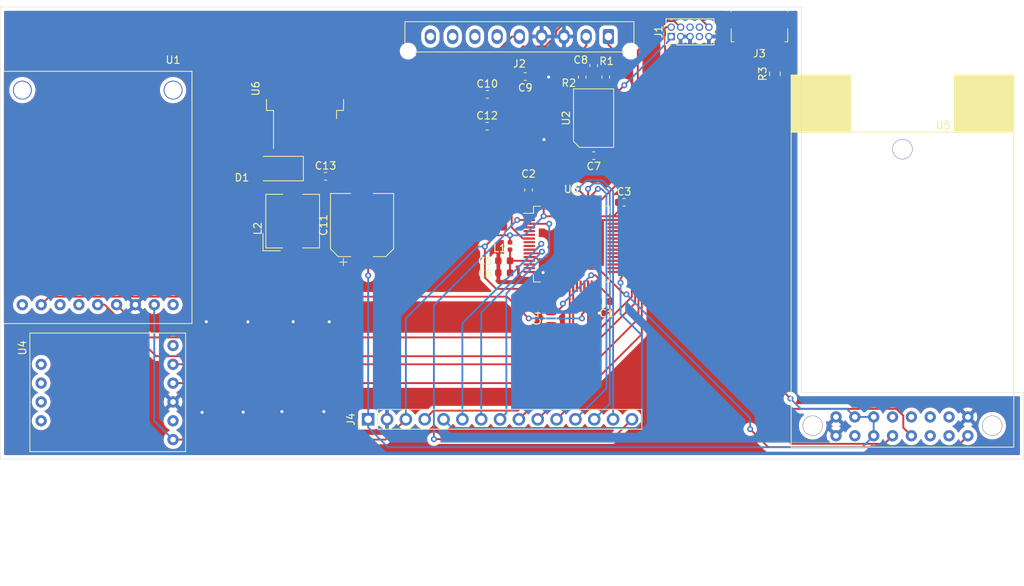
<source format=kicad_pcb>
(kicad_pcb (version 20171130) (host pcbnew "(5.1.4)-1")
  (layers (0 F.Cu signal) (31 B.Cu signal) (34 B.Paste user) (35 F.Paste user) (36 B.SilkS user) (37 F.SilkS user) (38 B.Mask user) (39 F.Mask user) (44 Edge.Cuts user))
  (net 0 "")
  (net 1 GND)
  (net 2 +3V3)
  (net 3 +3.3VA)
  (net 4 "Net-(C8-Pad1)")
  (net 5 +5V)
  (net 6 /NRST)
  (net 7 "Net-(J1-Pad8)")
  (net 8 "Net-(J1-Pad7)")
  (net 9 "Net-(J1-Pad6)")
  (net 10 /TCK)
  (net 11 /TMS)
  (net 12 "Net-(J2-Pad9)")
  (net 13 "Net-(J2-Pad8)")
  (net 14 "Net-(J2-Pad7)")
  (net 15 /CAN+)
  (net 16 /CAN-)
  (net 17 /USB+)
  (net 18 /USB-)
  (net 19 "Net-(J3-Pad1)")
  (net 20 "Net-(U1-Pad9)")
  (net 21 /GPS_Rx)
  (net 22 /GPS_Tx)
  (net 23 "Net-(U1-Pad4)")
  (net 24 "Net-(U1-Pad3)")
  (net 25 /GPS_EN)
  (net 26 "Net-(U1-Pad1)")
  (net 27 /RXD)
  (net 28 /TXD)
  (net 29 "Net-(U3-Pad60)")
  (net 30 "Net-(U3-Pad59)")
  (net 31 "Net-(U3-Pad58)")
  (net 32 "Net-(U3-Pad54)")
  (net 33 "Net-(U3-Pad50)")
  (net 34 /Tx)
  (net 35 /Rx)
  (net 36 "Net-(U3-Pad41)")
  (net 37 "Net-(U3-Pad36)")
  (net 38 "Net-(U3-Pad35)")
  (net 39 /LCD_SCK)
  (net 40 "Net-(U3-Pad33)")
  (net 41 /SDA)
  (net 42 /SCL)
  (net 43 "Net-(U3-Pad27)")
  (net 44 "Net-(U3-Pad26)")
  (net 45 "Net-(U3-Pad23)")
  (net 46 "Net-(U3-Pad22)")
  (net 47 "Net-(U3-Pad21)")
  (net 48 /GPIO_1)
  (net 49 "Net-(U3-Pad17)")
  (net 50 "Net-(U3-Pad16)")
  (net 51 "Net-(U3-Pad15)")
  (net 52 "Net-(U3-Pad14)")
  (net 53 /LCD_SDI)
  (net 54 /LCD_SDO)
  (net 55 "Net-(U3-Pad9)")
  (net 56 "Net-(U3-Pad8)")
  (net 57 "Net-(U3-Pad6)")
  (net 58 "Net-(U3-Pad5)")
  (net 59 "Net-(U3-Pad4)")
  (net 60 "Net-(U3-Pad1)")
  (net 61 "Net-(U4-Pad10)")
  (net 62 "Net-(U4-Pad9)")
  (net 63 /IMU_INT)
  (net 64 "Net-(U4-Pad7)")
  (net 65 /IMU_RST)
  (net 66 "Net-(U4-Pad2)")
  (net 67 "Net-(U5-Pad14)")
  (net 68 "Net-(U5-Pad13)")
  (net 69 "Net-(U5-Pad11)")
  (net 70 "Net-(U5-Pad10)")
  (net 71 "Net-(U5-Pad8)")
  (net 72 "Net-(U5-Pad3)")
  (net 73 /LCD_RST)
  (net 74 /LCD_CS)
  (net 75 "Net-(U3-Pad57)")
  (net 76 "Net-(U3-Pad56)")
  (net 77 "Net-(U3-Pad55)")
  (net 78 /TP_X-)
  (net 79 /TP_Y-)
  (net 80 /TP_Y+)
  (net 81 /LCD_INT)
  (net 82 /LCD_WAIT)
  (net 83 /LITE)
  (net 84 /TP_X+)
  (net 85 /Reg_Out)
  (net 86 "Net-(J2-Pad6)")
  (net 87 /Batt+)
  (module Connector_PinHeader_2.54mm:PinHeader_1x15_P2.54mm_Vertical (layer F.Cu) (at 128.61 104.64 90)
    (fp_text reference J4 (at 0 -2.33 90) (layer F.SilkS))
    (fp_text value Conn_01x15_Female)
    (pad 15 thru_hole oval (at 0 35.56 90) (size 1.7 1.7) (drill 1) (layers *.Cu *.Mask) (net 84 /TP_X+))
    (pad 14 thru_hole oval (at 0 33.02 90) (size 1.7 1.7) (drill 1) (layers *.Cu *.Mask) (net 78 /TP_X-))
    (pad 13 thru_hole oval (at 0 30.48 90) (size 1.7 1.7) (drill 1) (layers *.Cu *.Mask) (net 79 /TP_Y-))
    (pad 12 thru_hole oval (at 0 27.94 90) (size 1.7 1.7) (drill 1) (layers *.Cu *.Mask) (net 80 /TP_Y+))
    (pad 11 thru_hole oval (at 0 25.4 90) (size 1.7 1.7) (drill 1) (layers *.Cu *.Mask) (net 81 /LCD_INT))
    (pad 10 thru_hole oval (at 0 22.86 90) (size 1.7 1.7) (drill 1) (layers *.Cu *.Mask) (net 82 /LCD_WAIT))
    (pad 9 thru_hole oval (at 0 20.32 90) (size 1.7 1.7) (drill 1) (layers *.Cu *.Mask) (net 73 /LCD_RST))
    (pad 8 thru_hole oval (at 0 17.78 90) (size 1.7 1.7) (drill 1) (layers *.Cu *.Mask) (net 74 /LCD_CS))
    (pad 7 thru_hole oval (at 0 15.24 90) (size 1.7 1.7) (drill 1) (layers *.Cu *.Mask) (net 53 /LCD_SDI))
    (pad 6 thru_hole oval (at 0 12.7 90) (size 1.7 1.7) (drill 1) (layers *.Cu *.Mask) (net 54 /LCD_SDO))
    (pad 5 thru_hole oval (at 0 10.16 90) (size 1.7 1.7) (drill 1) (layers *.Cu *.Mask) (net 39 /LCD_SCK))
    (pad 4 thru_hole oval (at 0 7.62 90) (size 1.7 1.7) (drill 1) (layers *.Cu *.Mask) (net 83 /LITE))
    (pad 3 thru_hole oval (at 0 5.08 90) (size 1.7 1.7) (drill 1) (layers *.Cu *.Mask) (net 2 +3V3))
    (pad 2 thru_hole oval (at 0 2.54 90) (size 1.7 1.7) (drill 1) (layers *.Cu *.Mask) (net 1 GND))
    (pad 1 thru_hole rect (at 0 0 90) (size 1.7 1.7) (drill 1) (layers *.Cu *.Mask) (net 5 +5V))
  )
  (module Package_TO_SOT_SMD:TO-263-5_TabPin3 (layer F.Cu) (at 120.095 60.02 90)
    (fp_text reference U6 (at 0 -6.65 90) (layer F.SilkS))
    (fp_text value LM2596S-5)
    (pad 3 smd rect (at 3.375 0 90) (size 9.4 10.8) (layers F.Cu F.Mask) (net 1 GND))
    (pad 5 smd rect (at -5.775 3.4 90) (size 4.6 1.1) (layers F.Cu F.Paste F.Mask) (net 1 GND))
    (pad 4 smd rect (at -5.775 1.7 90) (size 4.6 1.1) (layers F.Cu F.Paste F.Mask) (net 5 +5V))
    (pad 3 smd rect (at -5.775 0 90) (size 4.6 1.1) (layers F.Cu F.Paste F.Mask) (net 1 GND))
    (pad 2 smd rect (at -5.775 -1.7 90) (size 4.6 1.1) (layers F.Cu F.Paste F.Mask) (net 85 /Reg_Out))
    (pad 1 smd rect (at -5.775 -3.4 90) (size 4.6 1.1) (layers F.Cu F.Paste F.Mask) (net 87 /Batt+))
  )
  (module Inductor_SMD:L_TDK_SLF7045 (layer F.Cu) (at 118.43 77.9 90)
    (fp_text reference L2 (at -1 -4.7 90) (layer F.SilkS))
    (fp_text value 33uH)
    (fp_text user "" (at -49 0.05 90) (layer F.SilkS) (effects (font (size 3 3))))
    (pad 2 smd roundrect (at 3.15 0 90) (size 1.5 2.2) (layers F.Cu F.Paste F.Mask) (net 85 /Reg_Out))
    (pad 1 smd roundrect (at -3.15 0 90) (size 1.5 2.2) (layers F.Cu F.Paste F.Mask) (net 5 +5V))
  )
  (module Diode_SMD:D_SMA (layer F.Cu) (at 116.47 70.81 180)
    (fp_text reference D1 (at 4.88 -1.22) (layer F.SilkS))
    (fp_text value D_Schottky)
    (pad 2 smd rect (at 2 0 180) (size 2.5 1.8) (layers F.Cu F.Paste F.Mask) (net 1 GND))
    (pad 1 smd rect (at -2 0 180) (size 2.5 1.8) (layers F.Cu F.Paste F.Mask) (net 85 /Reg_Out))
  )
  (module Capacitor_SMD:C_0603_1608Metric (layer F.Cu) (at 122.87 71.86)
    (fp_text reference C13 (at 0 -1.43) (layer F.SilkS))
    (fp_text value 100nF)
    (pad 2 smd roundrect (at 0.7875 0) (size 0.875 0.95) (layers F.Cu F.Paste F.Mask) (net 1 GND))
    (pad 1 smd roundrect (at -0.7875 0) (size 0.875 0.95) (layers F.Cu F.Paste F.Mask) (net 5 +5V))
  )
  (module Capacitor_SMD:C_0603_1608Metric (layer F.Cu) (at 144.645 65.1)
    (fp_text reference C12 (at 0 -1.43) (layer F.SilkS))
    (fp_text value 100nF)
    (pad 2 smd roundrect (at 0.7875 0) (size 0.875 0.95) (layers F.Cu F.Paste F.Mask) (net 1 GND))
    (pad 1 smd roundrect (at -0.7875 0) (size 0.875 0.95) (layers F.Cu F.Paste F.Mask) (net 5 +5V))
  )
  (module Capacitor_SMD:CP_Elec_8x10 (layer F.Cu) (at 127.78 78.43 90)
    (fp_text reference C11 (at 0 -5.2 90) (layer F.SilkS))
    (fp_text value 220uF)
    (pad 2 smd roundrect (at 3.25 0 90) (size 3.5 2.5) (layers F.Cu F.Paste F.Mask) (roundrect_rratio 0.1) (net 1 GND))
    (pad 1 smd roundrect (at -3.25 0 90) (size 3.5 2.5) (layers F.Cu F.Paste F.Mask) (roundrect_rratio 0.1) (net 5 +5V))
  )
  (module JohnLib:RFD900x (layer F.Cu) (at 185.64 108.4)
    (fp_text reference U5 (at 20.5 -43.43) (layer F.SilkS))
    (fp_text value RFD900x)
    (pad "" np_thru_hole circle (at 15 -40.2) (size 2.7 2.7) (drill 2.6) (layers *.Cu *.Mask))
    (pad "" np_thru_hole circle (at 27.1 -2.9) (size 2.7 2.7) (drill 2.6) (layers *.Cu *.Mask))
    (pad "" np_thru_hole circle (at 2.9 -2.9) (size 2.7 2.7) (drill 2.6) (layers *.Cu *.Mask))
    (pad 16 thru_hole circle (at 23.82 -4.08) (size 1.524 1.524) (drill 0.762) (layers *.Cu *.Mask) (net 1 GND))
    (pad 15 thru_hole circle (at 23.82 -1.54) (size 1.524 1.524) (drill 0.762) (layers *.Cu *.Mask) (net 48 /GPIO_1))
    (pad 14 thru_hole circle (at 21.28 -4.08) (size 1.524 1.524) (drill 0.762) (layers *.Cu *.Mask) (net 67 "Net-(U5-Pad14)"))
    (pad 13 thru_hole circle (at 21.28 -1.54) (size 1.524 1.524) (drill 0.762) (layers *.Cu *.Mask) (net 68 "Net-(U5-Pad13)"))
    (pad 12 thru_hole circle (at 18.74 -4.08) (size 1.524 1.524) (drill 0.762) (layers *.Cu *.Mask))
    (pad 11 thru_hole circle (at 18.74 -1.54) (size 1.524 1.524) (drill 0.762) (layers *.Cu *.Mask) (net 69 "Net-(U5-Pad11)"))
    (pad 10 thru_hole circle (at 16.2 -4.08) (size 1.524 1.524) (drill 0.762) (layers *.Cu *.Mask) (net 70 "Net-(U5-Pad10)"))
    (pad 9 thru_hole circle (at 16.2 -1.54) (size 1.524 1.524) (drill 0.762) (layers *.Cu *.Mask) (net 34 /Tx))
    (pad 8 thru_hole circle (at 13.66 -4.08) (size 1.524 1.524) (drill 0.762) (layers *.Cu *.Mask) (net 71 "Net-(U5-Pad8)"))
    (pad 7 thru_hole circle (at 13.66 -1.54) (size 1.524 1.524) (drill 0.762) (layers *.Cu *.Mask) (net 35 /Rx))
    (pad 6 thru_hole circle (at 11.12 -4.08) (size 1.524 1.524) (drill 0.762) (layers *.Cu *.Mask) (net 5 +5V))
    (pad 5 thru_hole circle (at 11.12 -1.54) (size 1.524 1.524) (drill 0.762) (layers *.Cu *.Mask) (net 5 +5V))
    (pad 4 thru_hole circle (at 8.58 -4.08) (size 1.524 1.524) (drill 0.762) (layers *.Cu *.Mask) (net 5 +5V))
    (pad 3 thru_hole circle (at 8.58 -1.54) (size 1.524 1.524) (drill 0.762) (layers *.Cu *.Mask) (net 72 "Net-(U5-Pad3)"))
    (pad 2 thru_hole circle (at 6.04 -4.08) (size 1.524 1.524) (drill 0.762) (layers *.Cu *.Mask) (net 1 GND))
    (pad 1 thru_hole circle (at 6.04 -1.54) (size 1.524 1.524) (drill 0.762) (layers *.Cu *.Mask) (net 1 GND))
  )
  (module JohnLib:Adafruit-BNO055 (layer F.Cu) (at 104 109 90)
    (fp_text reference U4 (at 14 -22 90) (layer F.SilkS))
    (fp_text value Adafruit-BNO055)
    (pad 10 thru_hole circle (at 4.16 -19.48 90) (size 1.524 1.524) (drill 0.762) (layers *.Cu *.Mask) (net 61 "Net-(U4-Pad10)"))
    (pad 9 thru_hole circle (at 6.7 -19.48 90) (size 1.524 1.524) (drill 0.762) (layers *.Cu *.Mask) (net 62 "Net-(U4-Pad9)"))
    (pad 8 thru_hole circle (at 9.24 -19.48 90) (size 1.524 1.524) (drill 0.762) (layers *.Cu *.Mask) (net 63 /IMU_INT))
    (pad 7 thru_hole circle (at 11.78 -19.48 90) (size 1.524 1.524) (drill 0.762) (layers *.Cu *.Mask) (net 64 "Net-(U4-Pad7)"))
    (pad 6 thru_hole circle (at 14.32 -1.7 90) (size 1.524 1.524) (drill 0.762) (layers *.Cu *.Mask) (net 65 /IMU_RST))
    (pad 5 thru_hole circle (at 11.78 -1.7 90) (size 1.524 1.524) (drill 0.762) (layers *.Cu *.Mask) (net 42 /SCL))
    (pad 4 thru_hole circle (at 9.24 -1.7 90) (size 1.524 1.524) (drill 0.762) (layers *.Cu *.Mask) (net 41 /SDA))
    (pad 3 thru_hole circle (at 6.7 -1.7 90) (size 1.524 1.524) (drill 0.762) (layers *.Cu *.Mask) (net 1 GND))
    (pad 2 thru_hole circle (at 4.16 -1.7 90) (size 1.524 1.524) (drill 0.762) (layers *.Cu *.Mask) (net 66 "Net-(U4-Pad2)"))
    (pad 1 thru_hole circle (at 1.62 -1.7 90) (size 1.524 1.524) (drill 0.762) (layers *.Cu *.Mask) (net 2 +3V3))
  )
  (module Package_QFP:LQFP-64_10x10mm_P0.5mm (layer F.Cu) (at 156 81)
    (fp_text reference U3 (at 0 -7.4) (layer F.SilkS))
    (fp_text value STM32F072RBTx)
    (pad 64 smd roundrect (at -3.75 -5.675) (size 0.3 1.55) (layers F.Cu F.Paste F.Mask) (net 2 +3V3))
    (pad 63 smd roundrect (at -3.25 -5.675) (size 0.3 1.55) (layers F.Cu F.Paste F.Mask) (net 1 GND))
    (pad 62 smd roundrect (at -2.75 -5.675) (size 0.3 1.55) (layers F.Cu F.Paste F.Mask) (net 28 /TXD))
    (pad 61 smd roundrect (at -2.25 -5.675) (size 0.3 1.55) (layers F.Cu F.Paste F.Mask) (net 27 /RXD))
    (pad 60 smd roundrect (at -1.75 -5.675) (size 0.3 1.55) (layers F.Cu F.Paste F.Mask) (net 29 "Net-(U3-Pad60)"))
    (pad 59 smd roundrect (at -1.25 -5.675) (size 0.3 1.55) (layers F.Cu F.Paste F.Mask) (net 30 "Net-(U3-Pad59)"))
    (pad 58 smd roundrect (at -0.75 -5.675) (size 0.3 1.55) (layers F.Cu F.Paste F.Mask) (net 31 "Net-(U3-Pad58)"))
    (pad 57 smd roundrect (at -0.25 -5.675) (size 0.3 1.55) (layers F.Cu F.Paste F.Mask) (net 75 "Net-(U3-Pad57)"))
    (pad 56 smd roundrect (at 0.25 -5.675) (size 0.3 1.55) (layers F.Cu F.Paste F.Mask) (net 76 "Net-(U3-Pad56)"))
    (pad 55 smd roundrect (at 0.75 -5.675) (size 0.3 1.55) (layers F.Cu F.Paste F.Mask) (net 77 "Net-(U3-Pad55)"))
    (pad 54 smd roundrect (at 1.25 -5.675) (size 0.3 1.55) (layers F.Cu F.Paste F.Mask) (net 32 "Net-(U3-Pad54)"))
    (pad 53 smd roundrect (at 1.75 -5.675) (size 0.3 1.55) (layers F.Cu F.Paste F.Mask) (net 78 /TP_X-))
    (pad 52 smd roundrect (at 2.25 -5.675) (size 0.3 1.55) (layers F.Cu F.Paste F.Mask) (net 79 /TP_Y-))
    (pad 51 smd roundrect (at 2.75 -5.675) (size 0.3 1.55) (layers F.Cu F.Paste F.Mask) (net 80 /TP_Y+))
    (pad 50 smd roundrect (at 3.25 -5.675) (size 0.3 1.55) (layers F.Cu F.Paste F.Mask) (net 33 "Net-(U3-Pad50)"))
    (pad 49 smd roundrect (at 3.75 -5.675) (size 0.3 1.55) (layers F.Cu F.Paste F.Mask) (net 10 /TCK))
    (pad 48 smd roundrect (at 5.675 -3.75) (size 1.55 0.3) (layers F.Cu F.Paste F.Mask) (net 2 +3V3))
    (pad 47 smd roundrect (at 5.675 -3.25) (size 1.55 0.3) (layers F.Cu F.Paste F.Mask) (net 1 GND))
    (pad 46 smd roundrect (at 5.675 -2.75) (size 1.55 0.3) (layers F.Cu F.Paste F.Mask) (net 11 /TMS))
    (pad 45 smd roundrect (at 5.675 -2.25) (size 1.55 0.3) (layers F.Cu F.Paste F.Mask) (net 17 /USB+))
    (pad 44 smd roundrect (at 5.675 -1.75) (size 1.55 0.3) (layers F.Cu F.Paste F.Mask) (net 18 /USB-))
    (pad 43 smd roundrect (at 5.675 -1.25) (size 1.55 0.3) (layers F.Cu F.Paste F.Mask) (net 34 /Tx))
    (pad 42 smd roundrect (at 5.675 -0.75) (size 1.55 0.3) (layers F.Cu F.Paste F.Mask) (net 35 /Rx))
    (pad 41 smd roundrect (at 5.675 -0.25) (size 1.55 0.3) (layers F.Cu F.Paste F.Mask) (net 36 "Net-(U3-Pad41)"))
    (pad 40 smd roundrect (at 5.675 0.25) (size 1.55 0.3) (layers F.Cu F.Paste F.Mask) (net 81 /LCD_INT))
    (pad 39 smd roundrect (at 5.675 0.75) (size 1.55 0.3) (layers F.Cu F.Paste F.Mask) (net 82 /LCD_WAIT))
    (pad 38 smd roundrect (at 5.675 1.25) (size 1.55 0.3) (layers F.Cu F.Paste F.Mask) (net 73 /LCD_RST))
    (pad 37 smd roundrect (at 5.675 1.75) (size 1.55 0.3) (layers F.Cu F.Paste F.Mask) (net 83 /LITE))
    (pad 36 smd roundrect (at 5.675 2.25) (size 1.55 0.3) (layers F.Cu F.Paste F.Mask) (net 37 "Net-(U3-Pad36)"))
    (pad 35 smd roundrect (at 5.675 2.75) (size 1.55 0.3) (layers F.Cu F.Paste F.Mask) (net 38 "Net-(U3-Pad35)"))
    (pad 34 smd roundrect (at 5.675 3.25) (size 1.55 0.3) (layers F.Cu F.Paste F.Mask) (net 39 /LCD_SCK))
    (pad 33 smd roundrect (at 5.675 3.75) (size 1.55 0.3) (layers F.Cu F.Paste F.Mask) (net 40 "Net-(U3-Pad33)"))
    (pad 32 smd roundrect (at 3.75 5.675) (size 0.3 1.55) (layers F.Cu F.Paste F.Mask) (net 2 +3V3))
    (pad 31 smd roundrect (at 3.25 5.675) (size 0.3 1.55) (layers F.Cu F.Paste F.Mask) (net 1 GND))
    (pad 30 smd roundrect (at 2.75 5.675) (size 0.3 1.55) (layers F.Cu F.Paste F.Mask) (net 41 /SDA))
    (pad 29 smd roundrect (at 2.25 5.675) (size 0.3 1.55) (layers F.Cu F.Paste F.Mask) (net 42 /SCL))
    (pad 28 smd roundrect (at 1.75 5.675) (size 0.3 1.55) (layers F.Cu F.Paste F.Mask) (net 25 /GPS_EN))
    (pad 27 smd roundrect (at 1.25 5.675) (size 0.3 1.55) (layers F.Cu F.Paste F.Mask) (net 43 "Net-(U3-Pad27)"))
    (pad 26 smd roundrect (at 0.75 5.675) (size 0.3 1.55) (layers F.Cu F.Paste F.Mask) (net 44 "Net-(U3-Pad26)"))
    (pad 25 smd roundrect (at 0.25 5.675) (size 0.3 1.55) (layers F.Cu F.Paste F.Mask) (net 22 /GPS_Tx))
    (pad 24 smd roundrect (at -0.25 5.675) (size 0.3 1.55) (layers F.Cu F.Paste F.Mask) (net 21 /GPS_Rx))
    (pad 23 smd roundrect (at -0.75 5.675) (size 0.3 1.55) (layers F.Cu F.Paste F.Mask) (net 45 "Net-(U3-Pad23)"))
    (pad 22 smd roundrect (at -1.25 5.675) (size 0.3 1.55) (layers F.Cu F.Paste F.Mask) (net 46 "Net-(U3-Pad22)"))
    (pad 21 smd roundrect (at -1.75 5.675) (size 0.3 1.55) (layers F.Cu F.Paste F.Mask) (net 47 "Net-(U3-Pad21)"))
    (pad 20 smd roundrect (at -2.25 5.675) (size 0.3 1.55) (layers F.Cu F.Paste F.Mask) (net 48 /GPIO_1))
    (pad 19 smd roundrect (at -2.75 5.675) (size 0.3 1.55) (layers F.Cu F.Paste F.Mask) (net 2 +3V3))
    (pad 18 smd roundrect (at -3.25 5.675) (size 0.3 1.55) (layers F.Cu F.Paste F.Mask) (net 1 GND))
    (pad 17 smd roundrect (at -3.75 5.675) (size 0.3 1.55) (layers F.Cu F.Paste F.Mask) (net 49 "Net-(U3-Pad17)"))
    (pad 16 smd roundrect (at -5.675 3.75) (size 1.55 0.3) (layers F.Cu F.Paste F.Mask) (net 50 "Net-(U3-Pad16)"))
    (pad 15 smd roundrect (at -5.675 3.25) (size 1.55 0.3) (layers F.Cu F.Paste F.Mask) (net 51 "Net-(U3-Pad15)"))
    (pad 14 smd roundrect (at -5.675 2.75) (size 1.55 0.3) (layers F.Cu F.Paste F.Mask) (net 52 "Net-(U3-Pad14)"))
    (pad 13 smd roundrect (at -5.675 2.25) (size 1.55 0.3) (layers F.Cu F.Paste F.Mask) (net 3 +3.3VA))
    (pad 12 smd roundrect (at -5.675 1.75) (size 1.55 0.3) (layers F.Cu F.Paste F.Mask) (net 1 GND))
    (pad 11 smd roundrect (at -5.675 1.25) (size 1.55 0.3) (layers F.Cu F.Paste F.Mask) (net 53 /LCD_SDI))
    (pad 10 smd roundrect (at -5.675 0.75) (size 1.55 0.3) (layers F.Cu F.Paste F.Mask) (net 54 /LCD_SDO))
    (pad 9 smd roundrect (at -5.675 0.25) (size 1.55 0.3) (layers F.Cu F.Paste F.Mask) (net 55 "Net-(U3-Pad9)"))
    (pad 8 smd roundrect (at -5.675 -0.25) (size 1.55 0.3) (layers F.Cu F.Paste F.Mask) (net 56 "Net-(U3-Pad8)"))
    (pad 7 smd roundrect (at -5.675 -0.75) (size 1.55 0.3) (layers F.Cu F.Paste F.Mask) (net 6 /NRST))
    (pad 6 smd roundrect (at -5.675 -1.25) (size 1.55 0.3) (layers F.Cu F.Paste F.Mask) (net 57 "Net-(U3-Pad6)"))
    (pad 5 smd roundrect (at -5.675 -1.75) (size 1.55 0.3) (layers F.Cu F.Paste F.Mask) (net 58 "Net-(U3-Pad5)"))
    (pad 4 smd roundrect (at -5.675 -2.25) (size 1.55 0.3) (layers F.Cu F.Paste F.Mask) (net 59 "Net-(U3-Pad4)"))
    (pad 3 smd roundrect (at -5.675 -2.75) (size 1.55 0.3) (layers F.Cu F.Paste F.Mask) (net 74 /LCD_CS))
    (pad 2 smd roundrect (at -5.675 -3.25) (size 1.55 0.3) (layers F.Cu F.Paste F.Mask) (net 84 /TP_X+))
    (pad 1 smd roundrect (at -5.675 -3.75) (size 1.55 0.3) (layers F.Cu F.Paste F.Mask) (net 60 "Net-(U3-Pad1)"))
  )
  (module JohnLib:SOIC-8 (layer F.Cu) (at 159 64)
    (fp_text reference U2 (at -3.705 0 90) (layer F.SilkS))
    (fp_text value TCAN1042xV)
    (pad 4 smd rect (at 1.905 2.75) (size 0.6 1.4) (layers F.Cu F.Paste F.Mask) (net 27 /RXD))
    (pad 5 smd rect (at 1.905 -2.75) (size 0.6 1.4) (layers F.Cu F.Paste F.Mask) (net 2 +3V3))
    (pad 3 smd rect (at 0.635 2.75) (size 0.6 1.4) (layers F.Cu F.Paste F.Mask) (net 2 +3V3))
    (pad 6 smd rect (at 0.635 -2.75) (size 0.6 1.4) (layers F.Cu F.Paste F.Mask) (net 16 /CAN-))
    (pad 2 smd rect (at -0.635 2.75) (size 0.6 1.4) (layers F.Cu F.Paste F.Mask) (net 1 GND))
    (pad 7 smd rect (at -0.635 -2.75) (size 0.6 1.4) (layers F.Cu F.Paste F.Mask) (net 15 /CAN+))
    (pad 1 smd rect (at -1.905 2.75) (size 0.6 1.4) (layers F.Cu F.Paste F.Mask) (net 28 /TXD))
    (pad 8 smd rect (at -1.905 -2.75) (size 0.6 1.4) (layers F.Cu F.Paste F.Mask) (net 1 GND))
  )
  (module JohnLib:Adafruit-GPS (layer F.Cu) (at 79.45 91.72)
    (fp_text reference U1 (at 22.86 -35.56) (layer F.SilkS))
    (fp_text value Adafruit-GPS)
    (pad "" np_thru_hole circle (at 22.86 -31.496) (size 2.54 2.54) (drill 2.286) (layers *.Cu *.Mask))
    (pad "" np_thru_hole circle (at 2.54 -31.496) (size 2.54 2.54) (drill 2.286) (layers *.Cu *.Mask))
    (pad 9 thru_hole circle (at 22.86 -2.54) (size 1.524 1.524) (drill 0.762) (layers *.Cu *.Mask) (net 20 "Net-(U1-Pad9)"))
    (pad 8 thru_hole circle (at 20.32 -2.54) (size 1.524 1.524) (drill 0.762) (layers *.Cu *.Mask) (net 2 +3V3))
    (pad 7 thru_hole circle (at 17.78 -2.54) (size 1.524 1.524) (drill 0.762) (layers *.Cu *.Mask) (net 1 GND))
    (pad 6 thru_hole circle (at 15.24 -2.54) (size 1.524 1.524) (drill 0.762) (layers *.Cu *.Mask) (net 21 /GPS_Rx))
    (pad 5 thru_hole circle (at 12.7 -2.54) (size 1.524 1.524) (drill 0.762) (layers *.Cu *.Mask) (net 22 /GPS_Tx))
    (pad 4 thru_hole circle (at 10.16 -2.54) (size 1.524 1.524) (drill 0.762) (layers *.Cu *.Mask) (net 23 "Net-(U1-Pad4)"))
    (pad 3 thru_hole circle (at 7.62 -2.54) (size 1.524 1.524) (drill 0.762) (layers *.Cu *.Mask) (net 24 "Net-(U1-Pad3)"))
    (pad 2 thru_hole circle (at 5.08 -2.54) (size 1.524 1.524) (drill 0.762) (layers *.Cu *.Mask) (net 25 /GPS_EN))
    (pad 1 thru_hole circle (at 2.54 -2.54) (size 1.524 1.524) (drill 0.762) (layers *.Cu *.Mask) (net 26 "Net-(U1-Pad1)"))
  )
  (module Resistor_SMD:R_0805_2012Metric (layer F.Cu) (at 183.44 58.03 90)
    (fp_text reference R3 (at 0 -1.65 90) (layer F.SilkS))
    (fp_text value 1k)
    (pad 2 smd roundrect (at 0.9375 0 90) (size 0.975 1.4) (layers F.Cu F.Paste F.Mask) (net 19 "Net-(J3-Pad1)"))
    (pad 1 smd roundrect (at -0.9375 0 90) (size 0.975 1.4) (layers F.Cu F.Paste F.Mask) (net 5 +5V))
  )
  (module Resistor_SMD:R_0603_1608Metric (layer F.Cu) (at 157.47 58.4775 90)
    (fp_text reference R2 (at -0.7925 -1.81 180) (layer F.SilkS))
    (fp_text value 60)
    (pad 2 smd roundrect (at 0.7875 0 90) (size 0.875 0.95) (layers F.Cu F.Paste F.Mask) (net 4 "Net-(C8-Pad1)"))
    (pad 1 smd roundrect (at -0.7875 0 90) (size 0.875 0.95) (layers F.Cu F.Paste F.Mask) (net 15 /CAN+))
  )
  (module Resistor_SMD:R_0603_1608Metric (layer F.Cu) (at 160.63 58.4675 90)
    (fp_text reference R1 (at 2.1475 0.12 180) (layer F.SilkS))
    (fp_text value 60)
    (pad 2 smd roundrect (at 0.7875 0 90) (size 0.875 0.95) (layers F.Cu F.Paste F.Mask) (net 4 "Net-(C8-Pad1)"))
    (pad 1 smd roundrect (at -0.7875 0 90) (size 0.875 0.95) (layers F.Cu F.Paste F.Mask) (net 16 /CAN-))
  )
  (module Inductor_SMD:L_0402_1005Metric (layer F.Cu) (at 147.73 81.26 90)
    (fp_text reference L1 (at -0.31 -1.4 180) (layer F.SilkS))
    (fp_text value 39nH)
    (pad 2 smd roundrect (at 0.485 0 90) (size 0.59 0.64) (layers F.Cu F.Paste F.Mask) (net 2 +3V3))
    (pad 1 smd roundrect (at -0.485 0 90) (size 0.59 0.64) (layers F.Cu F.Paste F.Mask) (net 3 +3.3VA))
  )
  (module Connector_USB:USB_Micro-B_Molex_47346-0001 (layer F.Cu) (at 181.36 51.99 180)
    (fp_text reference J3 (at 0 -3.3 180) (layer F.SilkS))
    (fp_text value USB_B_Micro)
    (pad 6 smd rect (at 0.84 1.2 180) (size 1.175 1.9) (layers F.Cu F.Paste F.Mask) (net 1 GND))
    (pad 6 smd rect (at -0.84 1.2 180) (size 1.175 1.9) (layers F.Cu F.Paste F.Mask) (net 1 GND))
    (pad 6 smd rect (at 2.91 1.2 180) (size 2.375 1.9) (layers F.Cu F.Paste F.Mask) (net 1 GND))
    (pad 6 smd rect (at -2.91 1.2 180) (size 2.375 1.9) (layers F.Cu F.Paste F.Mask) (net 1 GND))
    (pad 6 smd rect (at 2.4625 -1.1 180) (size 1.475 2.1) (layers F.Cu F.Paste F.Mask) (net 1 GND))
    (pad 6 smd rect (at -2.4625 -1.1 180) (size 1.475 2.1) (layers F.Cu F.Paste F.Mask) (net 1 GND))
    (pad 5 smd rect (at 1.3 -1.46 180) (size 0.45 1.38) (layers F.Cu F.Paste F.Mask) (net 1 GND))
    (pad 4 smd rect (at 0.65 -1.46 180) (size 0.45 1.38) (layers F.Cu F.Paste F.Mask) (net 1 GND))
    (pad 3 smd rect (at 0 -1.46 180) (size 0.45 1.38) (layers F.Cu F.Paste F.Mask) (net 17 /USB+))
    (pad 2 smd rect (at -0.65 -1.46 180) (size 0.45 1.38) (layers F.Cu F.Paste F.Mask) (net 18 /USB-))
    (pad 1 smd rect (at -1.3 -1.46 180) (size 0.45 1.38) (layers F.Cu F.Paste F.Mask) (net 19 "Net-(J3-Pad1)"))
  )
  (module Connector_Molex:Molex_Micro-Fit_3.0_43650-0915_1x09_P3.00mm_Vertical (layer F.Cu) (at 161 53 180)
    (fp_text reference J2 (at 12 -3.67) (layer F.SilkS))
    (fp_text value Conn_01x09)
    (pad 9 thru_hole oval (at 24 0 180) (size 1.5 2.02) (drill 1.02) (layers *.Cu *.Mask) (net 12 "Net-(J2-Pad9)"))
    (pad 8 thru_hole oval (at 21 0 180) (size 1.5 2.02) (drill 1.02) (layers *.Cu *.Mask) (net 13 "Net-(J2-Pad8)"))
    (pad 7 thru_hole oval (at 18 0 180) (size 1.5 2.02) (drill 1.02) (layers *.Cu *.Mask) (net 14 "Net-(J2-Pad7)"))
    (pad 6 thru_hole oval (at 15 0 180) (size 1.5 2.02) (drill 1.02) (layers *.Cu *.Mask) (net 86 "Net-(J2-Pad6)"))
    (pad 5 thru_hole oval (at 12 0 180) (size 1.5 2.02) (drill 1.02) (layers *.Cu *.Mask) (net 87 /Batt+))
    (pad 4 thru_hole oval (at 9 0 180) (size 1.5 2.02) (drill 1.02) (layers *.Cu *.Mask) (net 1 GND))
    (pad 3 thru_hole oval (at 6 0 180) (size 1.5 2.02) (drill 1.02) (layers *.Cu *.Mask) (net 1 GND))
    (pad 2 thru_hole oval (at 3 0 180) (size 1.5 2.02) (drill 1.02) (layers *.Cu *.Mask) (net 15 /CAN+))
    (pad 1 thru_hole roundrect (at 0 0 180) (size 1.5 2.02) (drill 1.02) (layers *.Cu *.Mask) (roundrect_rratio 0.166667) (net 16 /CAN-))
    (pad "" np_thru_hole circle (at 27 -1.96 180) (size 1.27 1.27) (drill 1.27) (layers *.Cu *.Mask))
    (pad "" np_thru_hole circle (at -3 -1.96 180) (size 1.27 1.27) (drill 1.27) (layers *.Cu *.Mask))
  )
  (module Connector_PinHeader_1.27mm:PinHeader_2x05_P1.27mm_Vertical (layer F.Cu) (at 169.46 53 90)
    (fp_text reference J1 (at 0.635 -1.695 90) (layer F.SilkS))
    (fp_text value Conn_ARM_JTAG_SWD_10)
    (pad 10 thru_hole oval (at 1.27 5.08 90) (size 1 1) (drill 0.65) (layers *.Cu *.Mask) (net 6 /NRST))
    (pad 9 thru_hole oval (at 0 5.08 90) (size 1 1) (drill 0.65) (layers *.Cu *.Mask) (net 1 GND))
    (pad 8 thru_hole oval (at 1.27 3.81 90) (size 1 1) (drill 0.65) (layers *.Cu *.Mask) (net 7 "Net-(J1-Pad8)"))
    (pad 7 thru_hole oval (at 0 3.81 90) (size 1 1) (drill 0.65) (layers *.Cu *.Mask) (net 8 "Net-(J1-Pad7)"))
    (pad 6 thru_hole oval (at 1.27 2.54 90) (size 1 1) (drill 0.65) (layers *.Cu *.Mask) (net 9 "Net-(J1-Pad6)"))
    (pad 5 thru_hole oval (at 0 2.54 90) (size 1 1) (drill 0.65) (layers *.Cu *.Mask) (net 1 GND))
    (pad 4 thru_hole oval (at 1.27 1.27 90) (size 1 1) (drill 0.65) (layers *.Cu *.Mask) (net 10 /TCK))
    (pad 3 thru_hole oval (at 0 1.27 90) (size 1 1) (drill 0.65) (layers *.Cu *.Mask) (net 1 GND))
    (pad 2 thru_hole oval (at 1.27 0 90) (size 1 1) (drill 0.65) (layers *.Cu *.Mask) (net 11 /TMS))
    (pad 1 thru_hole rect (at 0 0 90) (size 1 1) (drill 0.65) (layers *.Cu *.Mask) (net 2 +3V3))
  )
  (module Capacitor_SMD:C_0603_1608Metric (layer F.Cu) (at 144.6675 60.8)
    (fp_text reference C10 (at 0 -1.43) (layer F.SilkS))
    (fp_text value 100nF)
    (pad 2 smd roundrect (at 0.7875 0) (size 0.875 0.95) (layers F.Cu F.Paste F.Mask) (net 1 GND))
    (pad 1 smd roundrect (at -0.7875 0) (size 0.875 0.95) (layers F.Cu F.Paste F.Mask) (net 5 +5V))
  )
  (module Capacitor_SMD:C_0603_1608Metric (layer F.Cu) (at 149.7825 58.39)
    (fp_text reference C9 (at 0.01 1.51) (layer F.SilkS))
    (fp_text value 100nF)
    (pad 2 smd roundrect (at 0.7875 0) (size 0.875 0.95) (layers F.Cu F.Paste F.Mask) (net 1 GND))
    (pad 1 smd roundrect (at -0.7875 0) (size 0.875 0.95) (layers F.Cu F.Paste F.Mask) (net 2 +3V3))
  )
  (module Capacitor_SMD:C_0603_1608Metric (layer F.Cu) (at 159.01 56.8975 90)
    (fp_text reference C8 (at 0.7475 -1.74 180) (layer F.SilkS))
    (fp_text value 100nF)
    (pad 2 smd roundrect (at 0.7875 0 90) (size 0.875 0.95) (layers F.Cu F.Paste F.Mask) (net 1 GND))
    (pad 1 smd roundrect (at -0.7875 0 90) (size 0.875 0.95) (layers F.Cu F.Paste F.Mask) (net 4 "Net-(C8-Pad1)"))
  )
  (module Capacitor_SMD:C_0603_1608Metric (layer F.Cu) (at 159.0275 69.07 180)
    (fp_text reference C7 (at 0 -1.43) (layer F.SilkS))
    (fp_text value 100nF)
    (pad 2 smd roundrect (at 0.7875 0 180) (size 0.875 0.95) (layers F.Cu F.Paste F.Mask) (net 1 GND))
    (pad 1 smd roundrect (at -0.7875 0 180) (size 0.875 0.95) (layers F.Cu F.Paste F.Mask) (net 2 +3V3))
  )
  (module Capacitor_SMD:C_0603_1608Metric (layer F.Cu) (at 146.9475 84.88 180)
    (fp_text reference C6 (at 2.5575 -0.08) (layer F.SilkS))
    (fp_text value 100nF)
    (pad 2 smd roundrect (at 0.7875 0 180) (size 0.875 0.95) (layers F.Cu F.Paste F.Mask) (net 1 GND))
    (pad 1 smd roundrect (at -0.7875 0 180) (size 0.875 0.95) (layers F.Cu F.Paste F.Mask) (net 3 +3.3VA))
  )
  (module Capacitor_SMD:C_0603_1608Metric (layer F.Cu) (at 146.9425 83.25 180)
    (fp_text reference C5 (at 2.5525 -0.05) (layer F.SilkS))
    (fp_text value 1uF)
    (pad 2 smd roundrect (at 0.7875 0 180) (size 0.875 0.95) (layers F.Cu F.Paste F.Mask) (net 1 GND))
    (pad 1 smd roundrect (at -0.7875 0 180) (size 0.875 0.95) (layers F.Cu F.Paste F.Mask) (net 3 +3.3VA))
  )
  (module Capacitor_SMD:C_0805_2012Metric (layer F.Cu) (at 153.25 91.0575 270)
    (fp_text reference C4 (at -0.0475 1.89 90) (layer F.SilkS))
    (fp_text value 4.7uF)
    (pad 2 smd roundrect (at 0.9375 0 270) (size 0.975 1.4) (layers F.Cu F.Paste F.Mask) (net 1 GND))
    (pad 1 smd roundrect (at -0.9375 0 270) (size 0.975 1.4) (layers F.Cu F.Paste F.Mask) (net 2 +3V3))
  )
  (module Capacitor_SMD:C_0603_1608Metric (layer F.Cu) (at 163.11 75.36)
    (fp_text reference C3 (at 0 -1.43) (layer F.SilkS))
    (fp_text value 100nF)
    (pad 2 smd roundrect (at 0.7875 0) (size 0.875 0.95) (layers F.Cu F.Paste F.Mask) (net 1 GND))
    (pad 1 smd roundrect (at -0.7875 0) (size 0.875 0.95) (layers F.Cu F.Paste F.Mask) (net 2 +3V3))
  )
  (module Capacitor_SMD:C_0603_1608Metric (layer F.Cu) (at 150.23 73.7 90)
    (fp_text reference C2 (at 2.18 0 180) (layer F.SilkS))
    (fp_text value 100nF)
    (pad 2 smd roundrect (at 0.7875 0 90) (size 0.875 0.95) (layers F.Cu F.Paste F.Mask) (net 1 GND))
    (pad 1 smd roundrect (at -0.7875 0 90) (size 0.875 0.95) (layers F.Cu F.Paste F.Mask) (net 2 +3V3))
  )
  (module Capacitor_SMD:C_0603_1608Metric (layer F.Cu) (at 160.49 88.74 180)
    (fp_text reference C1 (at -0.24 -1.61) (layer F.SilkS))
    (fp_text value 100nF)
    (pad 2 smd roundrect (at 0.7875 0 180) (size 0.875 0.95) (layers F.Cu F.Paste F.Mask) (net 1 GND))
    (pad 1 smd roundrect (at -0.7875 0 180) (size 0.875 0.95) (layers F.Cu F.Paste F.Mask) (net 2 +3V3))
  )
  (gr_line (start 79 49) (end 79 110) (layer Edge.Cuts) (width 0.05))
  (gr_line (start 187 49) (end 79 49) (layer Edge.Cuts) (width 0.05))
  (gr_line (start 187 101) (end 187 49) (layer Edge.Cuts) (width 0.05))
  (gr_line (start 217 101) (end 187 101) (layer Edge.Cuts) (width 0.05))
  (gr_line (start 217 110) (end 217 101) (layer Edge.Cuts) (width 0.05))
  (gr_line (start 79 110) (end 217 110) (layer Edge.Cuts) (width 0.05))
  (segment (start 152.72501 86.69999) (end 152.75 86.675) (width 0.25) (layer F.Cu) (net 1))
  (segment (start 179.7 53.09) (end 180.06 53.45) (width 0.25) (layer F.Cu) (net 1))
  (segment (start 178.8975 53.09) (end 179.7 53.09) (width 0.25) (layer F.Cu) (net 1))
  (segment (start 180.71 53.45) (end 180.06 53.45) (width 0.25) (layer F.Cu) (net 1))
  (via (at 152.31 66.9) (size 0.8) (drill 0.4) (layers F.Cu B.Cu) (net 1))
  (via (at 152.94 58.46) (size 0.8) (drill 0.4) (layers F.Cu B.Cu) (net 1))
  (via (at 152.19 84.84) (size 0.8) (drill 0.4) (layers F.Cu B.Cu) (net 1))
  (segment (start 152.19 84.274315) (end 152.19 84.84) (width 0.25) (layer F.Cu) (net 1))
  (segment (start 152.19 83.774298) (end 152.19 84.274315) (width 0.25) (layer F.Cu) (net 1))
  (segment (start 151.165702 82.75) (end 152.19 83.774298) (width 0.25) (layer F.Cu) (net 1))
  (segment (start 150.325 82.75) (end 151.165702 82.75) (width 0.25) (layer F.Cu) (net 1))
  (segment (start 152.75 85.4) (end 152.75 86.675) (width 0.25) (layer F.Cu) (net 1))
  (segment (start 152.19 84.84) (end 152.75 85.4) (width 0.25) (layer F.Cu) (net 1))
  (segment (start 163.8975 75.935) (end 163.8975 75.36) (width 0.25) (layer F.Cu) (net 1))
  (segment (start 163.8975 76.4025) (end 163.8975 75.935) (width 0.25) (layer F.Cu) (net 1))
  (segment (start 162.55 77.75) (end 163.8975 76.4025) (width 0.25) (layer F.Cu) (net 1))
  (segment (start 161.675 77.75) (end 162.55 77.75) (width 0.25) (layer F.Cu) (net 1))
  (segment (start 159.28 77.75) (end 152.19 84.84) (width 0.25) (layer F.Cu) (net 1))
  (segment (start 161.675 77.75) (end 159.28 77.75) (width 0.25) (layer F.Cu) (net 1))
  (segment (start 159.25 88.2875) (end 159.7025 88.74) (width 0.25) (layer F.Cu) (net 1))
  (segment (start 159.25 86.675) (end 159.25 88.2875) (width 0.25) (layer F.Cu) (net 1))
  (via (at 159.76 90.31) (size 0.8) (drill 0.4) (layers F.Cu B.Cu) (net 1))
  (segment (start 150.805 72.9125) (end 150.23 72.9125) (width 0.25) (layer F.Cu) (net 1))
  (segment (start 151.2125 72.9125) (end 150.805 72.9125) (width 0.25) (layer F.Cu) (net 1))
  (segment (start 152.75 74.45) (end 151.2125 72.9125) (width 0.25) (layer F.Cu) (net 1))
  (segment (start 152.75 75.325) (end 152.75 74.45) (width 0.25) (layer F.Cu) (net 1))
  (via (at 118.5 91.47) (size 0.8) (drill 0.4) (layers F.Cu B.Cu) (net 1))
  (via (at 123.36 91.48) (size 0.8) (drill 0.4) (layers F.Cu B.Cu) (net 1))
  (via (at 112.4 91.49) (size 0.8) (drill 0.4) (layers F.Cu B.Cu) (net 1))
  (via (at 106.79 91.48) (size 0.8) (drill 0.4) (layers F.Cu B.Cu) (net 1))
  (via (at 106.22 103.71) (size 0.8) (drill 0.4) (layers F.Cu B.Cu) (net 1))
  (via (at 111.76 103.68) (size 0.8) (drill 0.4) (layers F.Cu B.Cu) (net 1))
  (via (at 116.98 103.6) (size 0.8) (drill 0.4) (layers F.Cu B.Cu) (net 1))
  (via (at 122.63 103.6) (size 0.8) (drill 0.4) (layers F.Cu B.Cu) (net 1))
  (segment (start 152.24 75.315) (end 152.25 75.325) (width 0.25) (layer F.Cu) (net 2))
  (segment (start 159.635 68.89) (end 159.815 69.07) (width 0.25) (layer F.Cu) (net 2))
  (segment (start 159.635 66.75) (end 159.635 68.89) (width 0.25) (layer F.Cu) (net 2))
  (segment (start 149 58.385) (end 148.995 58.39) (width 0.25) (layer F.Cu) (net 2))
  (segment (start 153.25 90.12) (end 153.25 86.675) (width 0.25) (layer F.Cu) (net 2))
  (segment (start 151.0075 60.4025) (end 148.995 58.39) (width 0.25) (layer F.Cu) (net 2))
  (segment (start 160.829999 62.275001) (end 152.880001 62.275001) (width 0.25) (layer F.Cu) (net 2))
  (segment (start 160.905 62.2) (end 160.829999 62.275001) (width 0.25) (layer F.Cu) (net 2))
  (segment (start 160.905 62.2) (end 160.905 61.25) (width 0.25) (layer F.Cu) (net 2))
  (segment (start 160.905 64.53) (end 160.905 62.2) (width 0.25) (layer F.Cu) (net 2))
  (segment (start 159.635 65.8) (end 160.905 64.53) (width 0.25) (layer F.Cu) (net 2))
  (segment (start 159.635 66.75) (end 159.635 65.8) (width 0.25) (layer F.Cu) (net 2))
  (segment (start 147.73 80.775) (end 147.73 79.82) (width 0.25) (layer F.Cu) (net 2))
  (via (at 147.73 79.82) (size 0.8) (drill 0.4) (layers F.Cu B.Cu) (net 2))
  (segment (start 152.23 75.305) (end 152.25 75.325) (width 0.25) (layer F.Cu) (net 2))
  (segment (start 161.675 77.25) (end 152.3 77.25) (width 0.25) (layer F.Cu) (net 2))
  (segment (start 152.27 77.22) (end 152.27 75.345) (width 0.25) (layer F.Cu) (net 2))
  (via (at 152.27 77.22) (size 0.8) (drill 0.4) (layers F.Cu B.Cu) (net 2))
  (segment (start 152.3 77.25) (end 152.27 77.22) (width 0.25) (layer F.Cu) (net 2))
  (segment (start 152.27 75.345) (end 152.25 75.325) (width 0.25) (layer F.Cu) (net 2))
  (segment (start 149.67 79.82) (end 152.27 77.22) (width 0.25) (layer B.Cu) (net 2))
  (segment (start 147.73 79.82) (end 149.67 79.82) (width 0.25) (layer B.Cu) (net 2))
  (segment (start 162.3225 76.6025) (end 161.675 77.25) (width 0.25) (layer F.Cu) (net 2))
  (segment (start 162.3225 75.36) (end 162.3225 76.6025) (width 0.25) (layer F.Cu) (net 2))
  (segment (start 152.23 61.625) (end 151.0075 60.4025) (width 0.25) (layer F.Cu) (net 2))
  (segment (start 152.880001 62.275001) (end 151.0075 60.4025) (width 0.25) (layer F.Cu) (net 2))
  (segment (start 161.455 61.25) (end 163.135 59.57) (width 0.25) (layer F.Cu) (net 2))
  (segment (start 160.905 61.25) (end 161.455 61.25) (width 0.25) (layer F.Cu) (net 2))
  (via (at 163.135 59.57) (size 0.8) (drill 0.4) (layers F.Cu B.Cu) (net 2))
  (segment (start 169.46 53.245) (end 169.46 53) (width 0.25) (layer B.Cu) (net 2))
  (segment (start 163.135 59.57) (end 169.46 53.245) (width 0.25) (layer B.Cu) (net 2))
  (segment (start 130.95 107.38) (end 133.69 104.64) (width 0.25) (layer F.Cu) (net 2))
  (segment (start 102.3 107.38) (end 130.95 107.38) (width 0.25) (layer F.Cu) (net 2))
  (segment (start 99.77 104.85) (end 102.3 107.38) (width 0.25) (layer B.Cu) (net 2))
  (segment (start 99.77 89.18) (end 99.77 104.85) (width 0.25) (layer B.Cu) (net 2))
  (segment (start 150.17 87.04) (end 145.86 87.04) (width 0.25) (layer F.Cu) (net 2))
  (segment (start 147.72 79.81) (end 147.73 79.82) (width 0.25) (layer F.Cu) (net 2))
  (segment (start 153.25 90.12) (end 150.17 87.04) (width 0.25) (layer F.Cu) (net 2))
  (segment (start 145.86 87.04) (end 144.34 85.52) (width 0.25) (layer F.Cu) (net 2))
  (segment (start 144.34 85.52) (end 144.34 81.33) (width 0.25) (layer F.Cu) (net 2))
  (segment (start 145.86 79.81) (end 147.72 79.81) (width 0.25) (layer F.Cu) (net 2))
  (segment (start 144.34 81.33) (end 145.86 79.81) (width 0.25) (layer F.Cu) (net 2))
  (via (at 144.34 81.33) (size 0.8) (drill 0.4) (layers F.Cu B.Cu) (net 2))
  (segment (start 143.37 81.33) (end 144.34 81.33) (width 0.25) (layer B.Cu) (net 2))
  (segment (start 133.69 104.64) (end 133.69 91.01) (width 0.25) (layer B.Cu) (net 2))
  (segment (start 133.69 91.01) (end 143.37 81.33) (width 0.25) (layer B.Cu) (net 2))
  (segment (start 151.4125 74.4875) (end 152.25 75.325) (width 0.25) (layer F.Cu) (net 2))
  (segment (start 150.23 74.4875) (end 151.4125 74.4875) (width 0.25) (layer F.Cu) (net 2))
  (segment (start 148.995 73.2525) (end 148.995 58.39) (width 0.25) (layer F.Cu) (net 2))
  (segment (start 150.23 74.4875) (end 148.995 73.2525) (width 0.25) (layer F.Cu) (net 2))
  (segment (start 144.34 81.33) (end 144.34 81.33) (width 0.25) (layer F.Cu) (net 2))
  (segment (start 163.135 59.57) (end 163.135 59.57) (width 0.25) (layer F.Cu) (net 2))
  (segment (start 161.2775 88.2025) (end 161.2775 88.74) (width 0.25) (layer F.Cu) (net 2))
  (segment (start 159.75 86.675) (end 161.2775 88.2025) (width 0.25) (layer F.Cu) (net 2))
  (segment (start 154.05 90.12) (end 154.86 89.31) (width 0.25) (layer F.Cu) (net 2))
  (segment (start 153.25 90.12) (end 154.05 90.12) (width 0.25) (layer F.Cu) (net 2))
  (segment (start 154.86 89.31) (end 154.86 89.03) (width 0.25) (layer F.Cu) (net 2))
  (via (at 154.86 89.03) (size 0.8) (drill 0.4) (layers F.Cu B.Cu) (net 2))
  (segment (start 154.86 89.03) (end 158.68 85.21) (width 0.25) (layer B.Cu) (net 2))
  (segment (start 158.68 85.21) (end 158.68 85.21) (width 0.25) (layer B.Cu) (net 2))
  (via (at 158.68 85.21) (size 0.8) (drill 0.4) (layers F.Cu B.Cu) (net 2))
  (segment (start 159.75 85.8) (end 159.75 86.675) (width 0.25) (layer F.Cu) (net 2))
  (segment (start 159.75 85.714315) (end 159.75 85.8) (width 0.25) (layer F.Cu) (net 2))
  (segment (start 159.245685 85.21) (end 159.75 85.714315) (width 0.25) (layer F.Cu) (net 2))
  (segment (start 158.68 85.21) (end 159.245685 85.21) (width 0.25) (layer F.Cu) (net 2))
  (segment (start 147.73 83.25) (end 150.325 83.25) (width 0.25) (layer F.Cu) (net 3))
  (segment (start 147.735 83.245) (end 147.73 83.25) (width 0.25) (layer F.Cu) (net 3))
  (segment (start 147.73 84.875) (end 147.735 84.88) (width 0.25) (layer F.Cu) (net 3))
  (segment (start 147.73 83.25) (end 147.73 84.875) (width 0.25) (layer F.Cu) (net 3))
  (segment (start 147.73 81.745) (end 147.73 83.25) (width 0.25) (layer F.Cu) (net 3))
  (segment (start 159.005 57.69) (end 159.01 57.685) (width 0.25) (layer F.Cu) (net 4))
  (segment (start 157.47 57.69) (end 159.005 57.69) (width 0.25) (layer F.Cu) (net 4))
  (segment (start 160.625 57.685) (end 160.63 57.68) (width 0.25) (layer F.Cu) (net 4))
  (segment (start 159.01 57.685) (end 160.625 57.685) (width 0.25) (layer F.Cu) (net 4))
  (segment (start 194.22 104.32) (end 196.76 104.32) (width 0.25) (layer B.Cu) (net 5))
  (segment (start 196.76 106.86) (end 196.76 104.32) (width 0.25) (layer B.Cu) (net 5))
  (segment (start 122.0825 66.0825) (end 121.795 65.795) (width 0.25) (layer F.Cu) (net 5))
  (segment (start 122.0825 71.86) (end 122.0825 66.0825) (width 0.25) (layer F.Cu) (net 5))
  (segment (start 119.249539 80.230461) (end 118.43 81.05) (width 0.25) (layer F.Cu) (net 5))
  (segment (start 121.620888 72.321612) (end 121.620888 77.859112) (width 0.25) (layer F.Cu) (net 5))
  (segment (start 122.0825 71.86) (end 121.620888 72.321612) (width 0.25) (layer F.Cu) (net 5))
  (segment (start 127.15 81.05) (end 127.78 81.68) (width 0.25) (layer F.Cu) (net 5))
  (segment (start 118.43 81.05) (end 127.15 81.05) (width 0.25) (layer F.Cu) (net 5))
  (segment (start 143.8575 65.6025) (end 143.8575 65.1) (width 0.25) (layer F.Cu) (net 5))
  (segment (start 127.78 81.68) (end 143.8575 65.6025) (width 0.25) (layer F.Cu) (net 5))
  (segment (start 143.88 65.0775) (end 143.8575 65.1) (width 0.25) (layer F.Cu) (net 5))
  (segment (start 143.88 60.8) (end 143.88 65.0775) (width 0.25) (layer F.Cu) (net 5))
  (segment (start 183.44 99.75) (end 185.53 101.84) (width 0.25) (layer F.Cu) (net 5))
  (segment (start 183.44 58.9675) (end 183.44 99.75) (width 0.25) (layer F.Cu) (net 5))
  (via (at 185.53 101.84) (size 0.8) (drill 0.4) (layers F.Cu B.Cu) (net 5))
  (segment (start 193.458001 103.558001) (end 194.22 104.32) (width 0.25) (layer B.Cu) (net 5))
  (segment (start 186.922999 103.232999) (end 193.132999 103.232999) (width 0.25) (layer B.Cu) (net 5))
  (segment (start 185.53 101.84) (end 186.922999 103.232999) (width 0.25) (layer B.Cu) (net 5))
  (segment (start 128.61 105.74) (end 128.61 104.64) (width 0.25) (layer B.Cu) (net 5))
  (segment (start 131.28 108.41) (end 128.61 105.74) (width 0.25) (layer B.Cu) (net 5))
  (segment (start 195.21 108.41) (end 131.28 108.41) (width 0.25) (layer B.Cu) (net 5))
  (segment (start 196.76 106.86) (end 195.21 108.41) (width 0.25) (layer B.Cu) (net 5))
  (segment (start 128.61 92.98) (end 128.61 92.414315) (width 0.25) (layer B.Cu) (net 5))
  (segment (start 128.61 92.98) (end 128.61 85.24) (width 0.25) (layer B.Cu) (net 5))
  (via (at 128.61 85.24) (size 0.8) (drill 0.4) (layers F.Cu B.Cu) (net 5))
  (segment (start 128.61 82.51) (end 127.78 81.68) (width 0.25) (layer F.Cu) (net 5))
  (segment (start 128.61 85.24) (end 128.61 82.51) (width 0.25) (layer F.Cu) (net 5))
  (segment (start 128.61 104.64) (end 128.61 92.98) (width 0.25) (layer B.Cu) (net 5))
  (segment (start 193.132999 103.232999) (end 193.458001 103.558001) (width 0.25) (layer B.Cu) (net 5))
  (segment (start 121.620888 77.859112) (end 119.249539 80.230461) (width 0.25) (layer F.Cu) (net 5))
  (segment (start 128.61 85.24) (end 128.61 85.24) (width 0.25) (layer B.Cu) (net 5))
  (segment (start 185.53 101.84) (end 185.53 101.84) (width 0.25) (layer F.Cu) (net 5))
  (segment (start 174.040001 51.230001) (end 174.54 51.73) (width 0.25) (layer F.Cu) (net 6))
  (segment (start 155.764717 50.45499) (end 173.26499 50.45499) (width 0.25) (layer F.Cu) (net 6))
  (segment (start 153.92499 52.294717) (end 155.764717 50.45499) (width 0.25) (layer F.Cu) (net 6))
  (segment (start 152.445283 54.33501) (end 153.92499 52.855303) (width 0.25) (layer F.Cu) (net 6))
  (segment (start 153.92499 52.855303) (end 153.92499 52.294717) (width 0.25) (layer F.Cu) (net 6))
  (segment (start 149.49499 54.33501) (end 152.445283 54.33501) (width 0.25) (layer F.Cu) (net 6))
  (segment (start 147.96 55.87) (end 149.49499 54.33501) (width 0.25) (layer F.Cu) (net 6))
  (segment (start 147.96 78.76) (end 147.96 55.87) (width 0.25) (layer F.Cu) (net 6))
  (segment (start 149.45 80.25) (end 147.96 78.76) (width 0.25) (layer F.Cu) (net 6))
  (segment (start 150.325 80.25) (end 149.45 80.25) (width 0.25) (layer F.Cu) (net 6))
  (segment (start 173.26499 50.45499) (end 174.040001 51.230001) (width 0.25) (layer F.Cu) (net 6))
  (segment (start 164.960001 70.114999) (end 159.75 75.325) (width 0.25) (layer F.Cu) (net 10))
  (segment (start 164.960001 54.886483) (end 164.960001 70.114999) (width 0.25) (layer F.Cu) (net 10))
  (segment (start 169.856001 50.904999) (end 168.941485 50.904999) (width 0.25) (layer F.Cu) (net 10))
  (segment (start 168.941485 50.904999) (end 164.960001 54.886483) (width 0.25) (layer F.Cu) (net 10))
  (segment (start 170.681002 51.73) (end 169.856001 50.904999) (width 0.25) (layer F.Cu) (net 10))
  (segment (start 170.73 51.73) (end 170.681002 51.73) (width 0.25) (layer F.Cu) (net 10))
  (segment (start 168.752894 51.73) (end 169.46 51.73) (width 0.25) (layer F.Cu) (net 11))
  (segment (start 168.634999 51.847895) (end 168.752894 51.73) (width 0.25) (layer F.Cu) (net 11))
  (segment (start 168.634999 75.343995) (end 168.634999 51.847895) (width 0.25) (layer F.Cu) (net 11))
  (segment (start 165.728994 78.25) (end 168.634999 75.343995) (width 0.25) (layer F.Cu) (net 11))
  (segment (start 161.675 78.25) (end 165.728994 78.25) (width 0.25) (layer F.Cu) (net 11))
  (segment (start 158.365 60.16) (end 157.47 59.265) (width 0.25) (layer F.Cu) (net 15))
  (segment (start 158.365 61.25) (end 158.365 60.16) (width 0.25) (layer F.Cu) (net 15))
  (segment (start 158 54.26) (end 158 53) (width 0.25) (layer F.Cu) (net 15))
  (segment (start 156.66999 55.59001) (end 158 54.26) (width 0.25) (layer F.Cu) (net 15))
  (segment (start 156.66999 58.46499) (end 156.66999 55.59001) (width 0.25) (layer F.Cu) (net 15))
  (segment (start 157.47 59.265) (end 156.66999 58.46499) (width 0.25) (layer F.Cu) (net 15))
  (segment (start 159.635 60.25) (end 160.63 59.255) (width 0.25) (layer F.Cu) (net 16))
  (segment (start 159.635 61.25) (end 159.635 60.25) (width 0.25) (layer F.Cu) (net 16))
  (segment (start 161.43001 58.45499) (end 160.63 59.255) (width 0.25) (layer F.Cu) (net 16))
  (segment (start 161.43001 54.54001) (end 161.43001 58.45499) (width 0.25) (layer F.Cu) (net 16))
  (segment (start 161 54.11) (end 161.43001 54.54001) (width 0.25) (layer F.Cu) (net 16))
  (segment (start 161 53) (end 161 54.11) (width 0.25) (layer F.Cu) (net 16))
  (segment (start 161.69999 78.77499) (end 161.675 78.75) (width 0.25) (layer F.Cu) (net 17))
  (segment (start 165.840414 78.77499) (end 161.69999 78.77499) (width 0.25) (layer F.Cu) (net 17))
  (segment (start 169.085008 75.530396) (end 165.840414 78.77499) (width 0.25) (layer F.Cu) (net 17))
  (segment (start 169.085009 73.674991) (end 169.085008 75.530396) (width 0.25) (layer F.Cu) (net 17))
  (segment (start 181.36 53.45) (end 181.36 61.4) (width 0.25) (layer F.Cu) (net 17))
  (segment (start 181.36 61.4) (end 169.085009 73.674991) (width 0.25) (layer F.Cu) (net 17))
  (segment (start 182.109999 53.549999) (end 182.01 53.45) (width 0.25) (layer F.Cu) (net 18))
  (segment (start 182.109999 61.286411) (end 182.109999 53.549999) (width 0.25) (layer F.Cu) (net 18))
  (segment (start 178.46 64.93641) (end 182.109999 61.286411) (width 0.25) (layer F.Cu) (net 18))
  (segment (start 178.46 66.791814) (end 178.46 64.93641) (width 0.25) (layer F.Cu) (net 18))
  (segment (start 161.675 79.25) (end 166.001814 79.25) (width 0.25) (layer F.Cu) (net 18))
  (segment (start 166.001814 79.25) (end 178.46 66.791814) (width 0.25) (layer F.Cu) (net 18))
  (segment (start 182.66 56.3125) (end 183.44 57.0925) (width 0.25) (layer F.Cu) (net 19))
  (segment (start 182.66 53.45) (end 182.66 56.3125) (width 0.25) (layer F.Cu) (net 19))
  (segment (start 155.77499 86.69999) (end 155.75 86.675) (width 0.25) (layer F.Cu) (net 21))
  (segment (start 155.77499 92.46501) (end 155.77499 86.69999) (width 0.25) (layer F.Cu) (net 21))
  (segment (start 154.647001 93.592999) (end 155.77499 92.46501) (width 0.25) (layer F.Cu) (net 21))
  (segment (start 94.69 89.18) (end 99.102999 93.592999) (width 0.25) (layer F.Cu) (net 21))
  (segment (start 99.102999 93.592999) (end 154.647001 93.592999) (width 0.25) (layer F.Cu) (net 21))
  (segment (start 156.27499 86.69999) (end 156.25 86.675) (width 0.25) (layer F.Cu) (net 22))
  (segment (start 93.081238 89.18) (end 92.15 89.18) (width 0.25) (layer F.Cu) (net 22))
  (segment (start 100.034237 96.132999) (end 93.081238 89.18) (width 0.25) (layer F.Cu) (net 22))
  (segment (start 154.220591 96.132999) (end 100.034237 96.132999) (width 0.25) (layer F.Cu) (net 22))
  (segment (start 156.25 86.675) (end 156.25 94.10359) (width 0.25) (layer F.Cu) (net 22))
  (segment (start 156.25 94.10359) (end 154.220591 96.132999) (width 0.25) (layer F.Cu) (net 22))
  (segment (start 85.617001 88.092999) (end 147.312999 88.092999) (width 0.25) (layer F.Cu) (net 25))
  (segment (start 84.53 89.18) (end 85.617001 88.092999) (width 0.25) (layer F.Cu) (net 25))
  (segment (start 147.312999 88.092999) (end 150.25 91.03) (width 0.25) (layer F.Cu) (net 25))
  (via (at 150.25 91.03) (size 0.8) (drill 0.4) (layers F.Cu B.Cu) (net 25))
  (segment (start 150.25 91.03) (end 157.43 91.03) (width 0.25) (layer B.Cu) (net 25))
  (via (at 157.43 91.03) (size 0.8) (drill 0.4) (layers F.Cu B.Cu) (net 25))
  (segment (start 157.75 87.55) (end 157.75 86.675) (width 0.25) (layer F.Cu) (net 25))
  (segment (start 157.43 90.464315) (end 157.75 90.144315) (width 0.25) (layer F.Cu) (net 25))
  (segment (start 157.43 91.03) (end 157.43 90.464315) (width 0.25) (layer F.Cu) (net 25))
  (segment (start 157.75 90.144315) (end 157.75 87.55) (width 0.25) (layer F.Cu) (net 25))
  (segment (start 157.43 91.03) (end 157.43 91.03) (width 0.25) (layer B.Cu) (net 25))
  (segment (start 150.25 91.03) (end 150.25 91.03) (width 0.25) (layer F.Cu) (net 25))
  (segment (start 160.905 69.223994) (end 160.905 66.75) (width 0.25) (layer F.Cu) (net 27))
  (segment (start 160.258984 69.87001) (end 160.905 69.223994) (width 0.25) (layer F.Cu) (net 27))
  (segment (start 158.364288 69.87001) (end 160.258984 69.87001) (width 0.25) (layer F.Cu) (net 27))
  (segment (start 153.75 74.484298) (end 158.364288 69.87001) (width 0.25) (layer F.Cu) (net 27))
  (segment (start 153.75 75.325) (end 153.75 74.484298) (width 0.25) (layer F.Cu) (net 27))
  (segment (start 153.25 74) (end 153.25 75.325) (width 0.25) (layer F.Cu) (net 28))
  (segment (start 157.095 66.75) (end 157.095 70.155) (width 0.25) (layer F.Cu) (net 28))
  (segment (start 157.095 70.155) (end 153.25 74) (width 0.25) (layer F.Cu) (net 28))
  (segment (start 200.752999 104.164237) (end 200.752999 105.772999) (width 0.25) (layer F.Cu) (net 34))
  (segment (start 163.01 79.75) (end 180.912999 97.652999) (width 0.25) (layer F.Cu) (net 34))
  (segment (start 161.675 79.75) (end 163.01 79.75) (width 0.25) (layer F.Cu) (net 34))
  (segment (start 180.912999 97.652999) (end 180.912999 102.521761) (width 0.25) (layer F.Cu) (net 34))
  (segment (start 180.912999 102.521761) (end 181.624237 103.232999) (width 0.25) (layer F.Cu) (net 34))
  (segment (start 200.752999 105.772999) (end 201.84 106.86) (width 0.25) (layer F.Cu) (net 34))
  (segment (start 181.624237 103.232999) (end 199.821761 103.232999) (width 0.25) (layer F.Cu) (net 34))
  (segment (start 199.821761 103.232999) (end 200.752999 104.164237) (width 0.25) (layer F.Cu) (net 34))
  (segment (start 198.212999 107.947001) (end 199.3 106.86) (width 0.25) (layer F.Cu) (net 35))
  (segment (start 185.701829 107.947001) (end 198.212999 107.947001) (width 0.25) (layer F.Cu) (net 35))
  (segment (start 180.46299 102.708162) (end 185.701829 107.947001) (width 0.25) (layer F.Cu) (net 35))
  (segment (start 180.462989 97.839399) (end 180.46299 102.708162) (width 0.25) (layer F.Cu) (net 35))
  (segment (start 162.89858 80.27499) (end 180.462989 97.839399) (width 0.25) (layer F.Cu) (net 35))
  (segment (start 161.69499 80.27499) (end 162.89858 80.27499) (width 0.25) (layer F.Cu) (net 35))
  (segment (start 161.675 80.255) (end 161.69499 80.27499) (width 0.25) (layer F.Cu) (net 35))
  (segment (start 161.675 80.25) (end 161.675 80.255) (width 0.25) (layer F.Cu) (net 35))
  (segment (start 165.52 93.32) (end 162.63 90.43) (width 0.25) (layer B.Cu) (net 39))
  (segment (start 165.52 105.029002) (end 165.52 93.32) (width 0.25) (layer B.Cu) (net 39))
  (segment (start 164.734001 105.815001) (end 165.52 105.029002) (width 0.25) (layer B.Cu) (net 39))
  (segment (start 138.77 104.64) (end 139.945001 105.815001) (width 0.25) (layer B.Cu) (net 39))
  (segment (start 139.945001 105.815001) (end 164.734001 105.815001) (width 0.25) (layer B.Cu) (net 39))
  (segment (start 162.63 90.43) (end 162.63 86.21) (width 0.25) (layer B.Cu) (net 39))
  (via (at 162.63 86.21) (size 0.8) (drill 0.4) (layers F.Cu B.Cu) (net 39))
  (segment (start 162.55 84.25) (end 161.675 84.25) (width 0.25) (layer F.Cu) (net 39))
  (segment (start 162.77501 84.47501) (end 162.55 84.25) (width 0.25) (layer F.Cu) (net 39))
  (segment (start 162.77501 85.499305) (end 162.77501 84.47501) (width 0.25) (layer F.Cu) (net 39))
  (segment (start 162.63 85.644315) (end 162.77501 85.499305) (width 0.25) (layer F.Cu) (net 39))
  (segment (start 162.63 86.21) (end 162.63 85.644315) (width 0.25) (layer F.Cu) (net 39))
  (segment (start 162.63 86.21) (end 162.63 86.21) (width 0.25) (layer B.Cu) (net 39))
  (segment (start 151.866411 99.76) (end 103.37763 99.76) (width 0.25) (layer F.Cu) (net 41))
  (segment (start 158.75 92.876411) (end 151.866411 99.76) (width 0.25) (layer F.Cu) (net 41))
  (segment (start 158.75 86.675) (end 158.75 92.876411) (width 0.25) (layer F.Cu) (net 41))
  (segment (start 103.37763 99.76) (end 102.3 99.76) (width 0.25) (layer F.Cu) (net 41))
  (segment (start 158.25 87.55) (end 158.25 86.675) (width 0.25) (layer F.Cu) (net 42))
  (segment (start 102.3 97.22) (end 153.77 97.22) (width 0.25) (layer F.Cu) (net 42))
  (segment (start 153.77 97.22) (end 158.25 92.74) (width 0.25) (layer F.Cu) (net 42))
  (segment (start 158.25 92.74) (end 158.25 87.55) (width 0.25) (layer F.Cu) (net 42))
  (segment (start 209.46 106.86) (end 207.922989 108.397011) (width 0.25) (layer F.Cu) (net 48))
  (segment (start 207.922989 108.397011) (end 183.337011 108.397011) (width 0.25) (layer F.Cu) (net 48))
  (segment (start 182.537011 108.397011) (end 180.11 105.97) (width 0.25) (layer F.Cu) (net 48))
  (via (at 163.42 87.78) (size 0.8) (drill 0.4) (layers F.Cu B.Cu) (net 48))
  (via (at 180.11 105.97) (size 0.8) (drill 0.4) (layers F.Cu B.Cu) (net 48))
  (segment (start 180.11 104.47) (end 163.42 87.78) (width 0.25) (layer B.Cu) (net 48))
  (segment (start 180.11 105.97) (end 180.11 104.47) (width 0.25) (layer B.Cu) (net 48))
  (segment (start 183.337011 108.397011) (end 182.537011 108.397011) (width 0.25) (layer F.Cu) (net 48))
  (segment (start 180.11 105.97) (end 180.11 105.97) (width 0.25) (layer F.Cu) (net 48))
  (segment (start 163.42 87.78) (end 163.42 87.78) (width 0.25) (layer F.Cu) (net 48))
  (segment (start 163.12 87.78) (end 163.42 87.78) (width 0.25) (layer F.Cu) (net 48))
  (segment (start 159.674998 84.334998) (end 163.12 87.78) (width 0.25) (layer F.Cu) (net 48))
  (segment (start 155.215002 84.334998) (end 159.674998 84.334998) (width 0.25) (layer F.Cu) (net 48))
  (segment (start 153.75 86.675) (end 153.75 85.8) (width 0.25) (layer F.Cu) (net 48))
  (segment (start 153.75 85.8) (end 155.215002 84.334998) (width 0.25) (layer F.Cu) (net 48))
  (segment (start 151.81 82.25) (end 152.04 82.02) (width 0.25) (layer F.Cu) (net 53))
  (segment (start 150.325 82.25) (end 151.81 82.25) (width 0.25) (layer F.Cu) (net 53))
  (via (at 152.04 82.02) (size 0.8) (drill 0.4) (layers F.Cu B.Cu) (net 53))
  (segment (start 143.85 90.21) (end 152.04 82.02) (width 0.25) (layer B.Cu) (net 53))
  (segment (start 143.85 104.64) (end 143.85 90.21) (width 0.25) (layer B.Cu) (net 53))
  (segment (start 151.2 81.75) (end 151.94637 81.00363) (width 0.25) (layer F.Cu) (net 54))
  (segment (start 150.325 81.75) (end 151.2 81.75) (width 0.25) (layer F.Cu) (net 54))
  (via (at 151.94637 80.963491) (size 0.8) (drill 0.4) (layers F.Cu B.Cu) (net 54))
  (segment (start 151.94637 81.00363) (end 151.94637 80.963491) (width 0.25) (layer F.Cu) (net 54))
  (segment (start 141.31 103.437919) (end 141.31 104.64) (width 0.25) (layer B.Cu) (net 54))
  (segment (start 152.023507 80.963491) (end 141.31 91.676998) (width 0.25) (layer B.Cu) (net 54))
  (segment (start 151.94637 80.963491) (end 152.023507 80.963491) (width 0.25) (layer B.Cu) (net 54))
  (segment (start 141.31 91.676998) (end 141.31 103.437919) (width 0.25) (layer B.Cu) (net 54))
  (segment (start 149.779999 103.790001) (end 148.93 104.64) (width 0.25) (layer F.Cu) (net 73))
  (segment (start 164.595011 84.192899) (end 164.595011 88.974989) (width 0.25) (layer F.Cu) (net 73))
  (segment (start 162.652112 82.25) (end 164.595011 84.192899) (width 0.25) (layer F.Cu) (net 73))
  (segment (start 161.675 82.25) (end 162.652112 82.25) (width 0.25) (layer F.Cu) (net 73))
  (segment (start 164.595011 88.974989) (end 149.779999 103.790001) (width 0.25) (layer F.Cu) (net 73))
  (segment (start 152.078003 83.054999) (end 153 82.133002) (width 0.25) (layer B.Cu) (net 74))
  (segment (start 151.847701 83.054999) (end 152.078003 83.054999) (width 0.25) (layer B.Cu) (net 74))
  (segment (start 147.239999 87.662701) (end 151.847701 83.054999) (width 0.25) (layer B.Cu) (net 74))
  (segment (start 146.39 104.64) (end 147.239999 103.790001) (width 0.25) (layer B.Cu) (net 74))
  (segment (start 147.239999 103.790001) (end 147.239999 87.662701) (width 0.25) (layer B.Cu) (net 74))
  (segment (start 153 82.133002) (end 153.02 78.26) (width 0.25) (layer B.Cu) (net 74))
  (segment (start 153.02 78.26) (end 153 78.28) (width 0.25) (layer B.Cu) (net 74))
  (via (at 153.02 78.26) (size 0.8) (drill 0.4) (layers F.Cu B.Cu) (net 74))
  (segment (start 150.335 78.26) (end 150.325 78.25) (width 0.25) (layer F.Cu) (net 74))
  (segment (start 153.02 78.26) (end 150.335 78.26) (width 0.25) (layer F.Cu) (net 74))
  (segment (start 157.75 74.45) (end 157.28 73.98) (width 0.25) (layer F.Cu) (net 78))
  (segment (start 157.75 75.325) (end 157.75 74.45) (width 0.25) (layer F.Cu) (net 78))
  (segment (start 157.28 73.98) (end 157.28 73.97) (width 0.25) (layer F.Cu) (net 78))
  (segment (start 157.28 73.97) (end 156.88 73.57) (width 0.25) (layer F.Cu) (net 78))
  (via (at 156.88 73.57) (size 0.8) (drill 0.4) (layers F.Cu B.Cu) (net 78))
  (segment (start 156.88 73.57) (end 156.88 73.57) (width 0.25) (layer F.Cu) (net 78))
  (segment (start 156.88 73.57) (end 158.075011 72.374989) (width 0.25) (layer B.Cu) (net 78))
  (segment (start 158.075011 72.374989) (end 160.167811 72.374989) (width 0.25) (layer B.Cu) (net 78))
  (segment (start 160.167811 72.374989) (end 161.630022 73.8372) (width 0.25) (layer B.Cu) (net 78))
  (segment (start 161.63 103.437919) (end 161.63 104.64) (width 0.25) (layer B.Cu) (net 78))
  (segment (start 161.630022 103.437897) (end 161.63 103.437919) (width 0.25) (layer B.Cu) (net 78))
  (segment (start 161.630022 73.8372) (end 161.630022 103.437897) (width 0.25) (layer B.Cu) (net 78))
  (segment (start 158.25 75.325) (end 158.25 73.54) (width 0.25) (layer F.Cu) (net 79))
  (via (at 158.25 73.54) (size 0.8) (drill 0.4) (layers F.Cu B.Cu) (net 79))
  (segment (start 158.25 73.54) (end 158.25 73.54) (width 0.25) (layer F.Cu) (net 79))
  (segment (start 158.649999 73.140001) (end 158.25 73.54) (width 0.25) (layer B.Cu) (net 79))
  (segment (start 161.180011 102.549989) (end 161.180011 74.0236) (width 0.25) (layer B.Cu) (net 79))
  (segment (start 158.965001 72.824999) (end 158.649999 73.140001) (width 0.25) (layer B.Cu) (net 79))
  (segment (start 159.98141 72.824999) (end 158.965001 72.824999) (width 0.25) (layer B.Cu) (net 79))
  (segment (start 161.180011 74.0236) (end 159.98141 72.824999) (width 0.25) (layer B.Cu) (net 79))
  (segment (start 159.09 104.64) (end 161.180011 102.549989) (width 0.25) (layer B.Cu) (net 79))
  (segment (start 158.75 75.325) (end 158.75 74.45) (width 0.25) (layer F.Cu) (net 80))
  (segment (start 158.75 74.39) (end 159.59 73.55) (width 0.25) (layer F.Cu) (net 80))
  (via (at 159.59 73.55) (size 0.8) (drill 0.4) (layers F.Cu B.Cu) (net 80))
  (segment (start 158.75 74.45) (end 158.75 74.39) (width 0.25) (layer F.Cu) (net 80))
  (segment (start 159.59 73.55) (end 159.59 73.55) (width 0.25) (layer F.Cu) (net 80))
  (segment (start 160.73 74.21) (end 160.73 100.46) (width 0.25) (layer B.Cu) (net 80))
  (segment (start 159.59 73.55) (end 160.07 73.55) (width 0.25) (layer B.Cu) (net 80))
  (segment (start 160.73 100.46) (end 157.399999 103.790001) (width 0.25) (layer B.Cu) (net 80))
  (segment (start 157.399999 103.790001) (end 156.55 104.64) (width 0.25) (layer B.Cu) (net 80))
  (segment (start 160.07 73.55) (end 160.73 74.21) (width 0.25) (layer B.Cu) (net 80))
  (segment (start 154.859999 103.790001) (end 154.01 104.64) (width 0.25) (layer F.Cu) (net 81))
  (segment (start 165.495031 83.820099) (end 165.495031 93.154969) (width 0.25) (layer F.Cu) (net 81))
  (segment (start 162.924932 81.25) (end 165.495031 83.820099) (width 0.25) (layer F.Cu) (net 81))
  (segment (start 161.675 81.25) (end 162.924932 81.25) (width 0.25) (layer F.Cu) (net 81))
  (segment (start 165.495031 93.154969) (end 154.859999 103.790001) (width 0.25) (layer F.Cu) (net 81))
  (segment (start 152.319999 103.790001) (end 151.47 104.64) (width 0.25) (layer F.Cu) (net 82))
  (segment (start 165.045021 84.006499) (end 165.045021 91.064979) (width 0.25) (layer F.Cu) (net 82))
  (segment (start 162.788522 81.75) (end 165.045021 84.006499) (width 0.25) (layer F.Cu) (net 82))
  (segment (start 161.675 81.75) (end 162.788522 81.75) (width 0.25) (layer F.Cu) (net 82))
  (segment (start 165.045021 91.064979) (end 152.319999 103.790001) (width 0.25) (layer F.Cu) (net 82))
  (segment (start 164.145001 84.379299) (end 164.145001 88.128001) (width 0.25) (layer F.Cu) (net 83))
  (segment (start 162.515702 82.75) (end 164.145001 84.379299) (width 0.25) (layer F.Cu) (net 83))
  (segment (start 161.675 82.75) (end 162.515702 82.75) (width 0.25) (layer F.Cu) (net 83))
  (segment (start 137.079999 103.790001) (end 136.23 104.64) (width 0.25) (layer F.Cu) (net 83))
  (segment (start 148.808003 103.464999) (end 137.405001 103.464999) (width 0.25) (layer F.Cu) (net 83))
  (segment (start 164.145001 88.128001) (end 148.808003 103.464999) (width 0.25) (layer F.Cu) (net 83))
  (segment (start 137.405001 103.464999) (end 137.079999 103.790001) (width 0.25) (layer F.Cu) (net 83))
  (segment (start 150.325 77.75) (end 148.69 77.75) (width 0.25) (layer F.Cu) (net 84))
  (via (at 148.69 77.75) (size 0.8) (drill 0.4) (layers F.Cu B.Cu) (net 84))
  (segment (start 164.17 104.64) (end 161.49 107.32) (width 0.25) (layer F.Cu) (net 84))
  (segment (start 161.49 107.32) (end 137.47 107.32) (width 0.25) (layer F.Cu) (net 84))
  (via (at 137.47 107.32) (size 0.8) (drill 0.4) (layers F.Cu B.Cu) (net 84))
  (segment (start 148.290001 78.149999) (end 148.69 77.75) (width 0.25) (layer B.Cu) (net 84))
  (segment (start 147.004999 79.738003) (end 147.004999 79.435001) (width 0.25) (layer B.Cu) (net 84))
  (segment (start 137.47 89.273002) (end 147.004999 79.738003) (width 0.25) (layer B.Cu) (net 84))
  (segment (start 137.47 107.32) (end 137.47 89.273002) (width 0.25) (layer B.Cu) (net 84))
  (segment (start 147.004999 79.435001) (end 148.290001 78.149999) (width 0.25) (layer B.Cu) (net 84))
  (segment (start 137.47 107.32) (end 137.47 107.32) (width 0.25) (layer F.Cu) (net 84))
  (segment (start 148.69 77.75) (end 148.69 77.75) (width 0.25) (layer F.Cu) (net 84))
  (segment (start 118.47 74.71) (end 118.43 74.75) (width 0.25) (layer F.Cu) (net 85))
  (segment (start 118.47 70.81) (end 118.47 74.71) (width 0.25) (layer F.Cu) (net 85))
  (segment (start 118.395 70.735) (end 118.47 70.81) (width 0.25) (layer F.Cu) (net 85))
  (segment (start 118.395 65.795) (end 118.395 70.735) (width 0.25) (layer F.Cu) (net 85))
  (segment (start 116.695 63.245) (end 117.57 62.37) (width 0.25) (layer F.Cu) (net 87))
  (segment (start 116.695 65.795) (end 116.695 63.245) (width 0.25) (layer F.Cu) (net 87))
  (segment (start 148 53) (end 149 53) (width 0.25) (layer F.Cu) (net 87))
  (segment (start 138.63 62.37) (end 148 53) (width 0.25) (layer F.Cu) (net 87))
  (segment (start 117.57 62.37) (end 138.63 62.37) (width 0.25) (layer F.Cu) (net 87))
  (zone (net 1) (net_name GND) (layer F.Cu) (connect_pads (clearance 0.508)) (min_thickness 0.254) (fill yes (arc_segments 32) (thermal_gap 0.508) (thermal_bridge_width 0.508))
    (polygon (pts (xy 79 49) (xy 187 49) (xy 187 101) (xy 217 101) (xy 217 110) (xy 79 110)))
  )
  (zone (net 1) (net_name GND) (layer B.Cu) (connect_pads (clearance 0.508)) (min_thickness 0.254) (fill yes (arc_segments 32) (thermal_gap 0.508) (thermal_bridge_width 0.508))
    (polygon (pts (xy 79 49) (xy 187 49) (xy 187 101) (xy 217 101) (xy 217 110) (xy 79 110)))
  )
)
</source>
